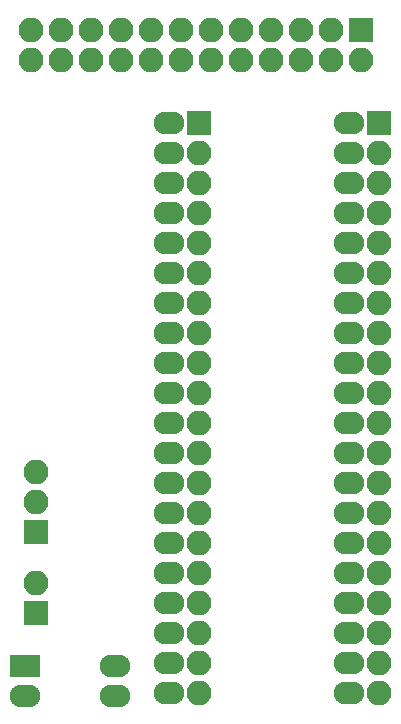
<source format=gbs>
G04 #@! TF.GenerationSoftware,KiCad,Pcbnew,(5.1.2-1)-1*
G04 #@! TF.CreationDate,2019-05-24T16:53:51+02:00*
G04 #@! TF.ProjectId,TriMod CBM Adapter (SMD-Version),5472694d-6f64-4204-9342-4d2041646170,1.1*
G04 #@! TF.SameCoordinates,Original*
G04 #@! TF.FileFunction,Soldermask,Bot*
G04 #@! TF.FilePolarity,Negative*
%FSLAX46Y46*%
G04 Gerber Fmt 4.6, Leading zero omitted, Abs format (unit mm)*
G04 Created by KiCad (PCBNEW (5.1.2-1)-1) date 2019-05-24 16:53:51*
%MOMM*%
%LPD*%
G04 APERTURE LIST*
%ADD10R,2.100000X2.100000*%
%ADD11O,2.100000X2.100000*%
%ADD12R,2.597100X1.898600*%
%ADD13O,2.597100X1.898600*%
%ADD14O,2.600000X1.900000*%
G04 APERTURE END LIST*
D10*
X119570000Y-110871000D03*
D11*
X119570000Y-108331000D03*
X119570000Y-105791000D03*
X133350000Y-124460000D03*
X133350000Y-121920000D03*
X133350000Y-119380000D03*
X133350000Y-116840000D03*
X133350000Y-114300000D03*
X133350000Y-111760000D03*
X133350000Y-109220000D03*
X133350000Y-106680000D03*
X133350000Y-104140000D03*
X133350000Y-101600000D03*
X133350000Y-99060000D03*
X133350000Y-96520000D03*
X133350000Y-93980000D03*
X133350000Y-91440000D03*
X133350000Y-88900000D03*
X133350000Y-86360000D03*
X133350000Y-83820000D03*
X133350000Y-81280000D03*
X133350000Y-78740000D03*
D10*
X133350000Y-76200000D03*
X148590000Y-76200000D03*
D11*
X148590000Y-78740000D03*
X148590000Y-81280000D03*
X148590000Y-83820000D03*
X148590000Y-86360000D03*
X148590000Y-88900000D03*
X148590000Y-91440000D03*
X148590000Y-93980000D03*
X148590000Y-96520000D03*
X148590000Y-99060000D03*
X148590000Y-101600000D03*
X148590000Y-104140000D03*
X148590000Y-106680000D03*
X148590000Y-109220000D03*
X148590000Y-111760000D03*
X148590000Y-114300000D03*
X148590000Y-116840000D03*
X148590000Y-119380000D03*
X148590000Y-121920000D03*
X148590000Y-124460000D03*
X119126000Y-70866000D03*
X119126000Y-68326000D03*
X121666000Y-70866000D03*
X121666000Y-68326000D03*
X124206000Y-70866000D03*
X124206000Y-68326000D03*
X126746000Y-70866000D03*
X126746000Y-68326000D03*
X129286000Y-70866000D03*
X129286000Y-68326000D03*
X131826000Y-70866000D03*
X131826000Y-68326000D03*
X134366000Y-70866000D03*
X134366000Y-68326000D03*
X136906000Y-70866000D03*
X136906000Y-68326000D03*
X139446000Y-70866000D03*
X139446000Y-68326000D03*
X141986000Y-70866000D03*
X141986000Y-68326000D03*
X144526000Y-70866000D03*
X144526000Y-68326000D03*
X147066000Y-70866000D03*
D10*
X147066000Y-68326000D03*
X119570000Y-117729000D03*
D11*
X119570000Y-115189000D03*
D12*
X118618000Y-122174000D03*
D13*
X126238000Y-122174000D03*
X118618000Y-124714000D03*
X126238000Y-124714000D03*
D14*
X130810000Y-76200000D03*
X130810000Y-78740000D03*
X130810000Y-81280000D03*
X130810000Y-83820000D03*
X130810000Y-86360000D03*
X130810000Y-88900000D03*
X130810000Y-91440000D03*
X130810000Y-93980000D03*
X130810000Y-96520000D03*
X130810000Y-99060000D03*
X130810000Y-101600000D03*
X130810000Y-104140000D03*
X130810000Y-106680000D03*
X130810000Y-109220000D03*
X130810000Y-111760000D03*
X130810000Y-114300000D03*
X130810000Y-116840000D03*
X130810000Y-119380000D03*
X130810000Y-121920000D03*
X130810000Y-124460000D03*
X146050000Y-124460000D03*
X146050000Y-121920000D03*
X146050000Y-119380000D03*
X146050000Y-116840000D03*
X146050000Y-114300000D03*
X146050000Y-111760000D03*
X146050000Y-109220000D03*
X146050000Y-106680000D03*
X146050000Y-104140000D03*
X146050000Y-101600000D03*
X146050000Y-99060000D03*
X146050000Y-96520000D03*
X146050000Y-93980000D03*
X146050000Y-91440000D03*
X146050000Y-88900000D03*
X146050000Y-86360000D03*
X146050000Y-83820000D03*
X146050000Y-81280000D03*
X146050000Y-78740000D03*
X146050000Y-76200000D03*
M02*

</source>
